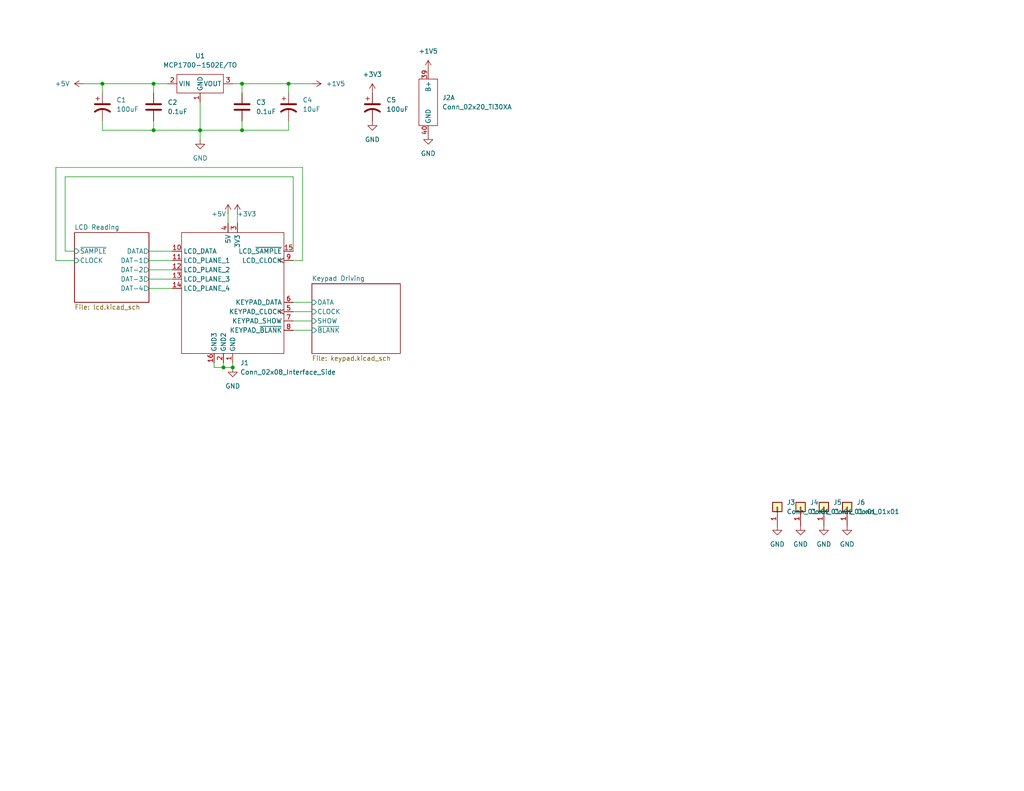
<source format=kicad_sch>
(kicad_sch (version 20211123) (generator eeschema)
  (paper "USLetter")
  (lib_symbols
    (symbol "Connector_Generic:Conn_01x01" (pin_names (offset 1.016) hide)
      (property "Reference" "J" (at 0 2.54 0))
      (property "Value" "Conn_01x01" (at 0 -2.54 0))
      (symbol "Conn_01x01_1_1"
        (rectangle (start -1.27 0.127) (end 0 -0.127) (stroke (width 0.1524)))
        (rectangle (start -1.27 1.27) (end 1.27 -1.27) (stroke (width 0.254)) (fill (type background)))
        (pin passive line (at -5.08 0 0) (length 3.81) (name "Pin_1") (number "1"))
      )
    )
    (symbol "Device:C" (pin_numbers hide) (pin_names (offset 0.254))
      (property "Reference" "C" (at 0.635 2.54 0))
      (property "Value" "C" (at 0.635 -2.54 0))
      (symbol "C_0_1"
        (polyline (pts (xy -2.032 -0.762) (xy 2.032 -0.762)) (stroke (width 0.508)))
        (polyline (pts (xy -2.032 0.762) (xy 2.032 0.762)) (stroke (width 0.508)))
      )
      (symbol "C_1_1"
        (pin passive line (at 0 3.81 270) (length 2.794) (name "~") (number "1"))
        (pin passive line (at 0 -3.81 90) (length 2.794) (name "~") (number "2"))
      )
    )
    (symbol "Device:C_Polarized_US" (pin_numbers hide) (pin_names (offset 0.254) hide)
      (property "Reference" "C" (at 0.635 2.54 0))
      (property "Value" "C_Polarized_US" (at 0.635 -2.54 0))
      (symbol "C_Polarized_US_0_1"
        (polyline (pts (xy -2.032 0.762) (xy 2.032 0.762)) (stroke (width 0.508)))
        (polyline (pts (xy -1.778 2.286) (xy -0.762 2.286)))
        (polyline (pts (xy -1.27 1.778) (xy -1.27 2.794)))
        (arc (start 2.032 -1.27) (mid 0 -0.5572) (end -2.032 -1.27) (stroke (width 0.508)))
      )
      (symbol "C_Polarized_US_1_1"
        (pin passive line (at 0 3.81 270) (length 2.794) (name "~") (number "1"))
        (pin passive line (at 0 -3.81 90) (length 3.302) (name "~") (number "2"))
      )
    )
    (symbol "custom_connetors:Conn_02x08_Interface_Side"
      (property "Reference" "J" (at 2.54 17.78 0))
      (property "Value" "Conn_02x08_Interface_Side" (at 15.24 20.32 0))
      (symbol "Conn_02x08_Interface_Side_0_1"
        (rectangle (start -13.97 16.51) (end 13.97 -16.51))
      )
      (symbol "Conn_02x08_Interface_Side_1_1"
        (pin power_out line (at 0 -19.05 90) (length 2.54) (name "GND") (number "1"))
        (pin input line (at -16.51 11.43 0) (length 2.54) (name "LCD_DATA") (number "10"))
        (pin input line (at -16.51 8.89 0) (length 2.54) (name "LCD_PLANE_1") (number "11"))
        (pin input line (at -16.51 6.35 0) (length 2.54) (name "LCD_PLANE_2") (number "12"))
        (pin input line (at -16.51 3.81 0) (length 2.54) (name "LCD_PLANE_3") (number "13"))
        (pin input line (at -16.51 1.27 0) (length 2.54) (name "LCD_PLANE_4") (number "14"))
        (pin output line (at 16.51 11.43 180) (length 2.54) (name "LCD_~{SAMPLE}") (number "15"))
        (pin power_in line (at -5.08 -19.05 90) (length 2.54) (name "GND3") (number "16"))
        (pin power_in line (at -2.54 -19.05 90) (length 2.54) (name "GND2") (number "2"))
        (pin power_out line (at 1.27 19.05 270) (length 2.54) (name "3V3") (number "3"))
        (pin power_out line (at -1.27 19.05 270) (length 2.54) (name "5V") (number "4"))
        (pin output clock (at 16.51 -5.08 180) (length 2.54) (name "KEYPAD_CLOCK") (number "5"))
        (pin output line (at 16.51 -2.54 180) (length 2.54) (name "KEYPAD_DATA") (number "6"))
        (pin output line (at 16.51 -7.62 180) (length 2.54) (name "KEYPAD_SHOW") (number "7"))
        (pin output line (at 16.51 -10.16 180) (length 2.54) (name "KEYPAD_~{BLANK}") (number "8"))
        (pin output clock (at 16.51 8.89 180) (length 2.54) (name "LCD_CLOCK") (number "9"))
      )
    )
    (symbol "custom_connetors:Conn_02x20_TI30XA"
      (property "Reference" "J" (at -24.13 5.08 0))
      (property "Value" "Conn_02x20_TI30XA" (at -15.24 7.62 0))
      (symbol "Conn_02x20_TI30XA_1_1"
        (rectangle (start -2.54 6.35) (end 2.54 -6.35))
        (pin power_in line (at 0 8.89 270) (length 2.54) (name "B+") (number "39"))
        (pin power_in line (at 0 -8.89 90) (length 2.54) (name "GND") (number "40"))
      )
      (symbol "Conn_02x20_TI30XA_2_1"
        (rectangle (start -2.54 5.08) (end 2.54 -5.08))
        (pin input line (at -5.08 2.54 0) (length 2.54) (name "A0") (number "34"))
        (pin input line (at -5.08 0 0) (length 2.54) (name "A1") (number "36"))
        (pin input line (at -5.08 -2.54 0) (length 2.54) (name "A2") (number "38"))
      )
      (symbol "Conn_02x20_TI30XA_3_1"
        (rectangle (start -2.54 5.08) (end 2.54 -5.08))
        (pin input line (at -5.08 2.54 0) (length 2.54) (name "B0") (number "33"))
        (pin input line (at -5.08 0 0) (length 2.54) (name "B1") (number "35"))
        (pin input line (at -5.08 -2.54 0) (length 2.54) (name "B2") (number "37"))
      )
      (symbol "Conn_02x20_TI30XA_4_1"
        (rectangle (start 5.08 43.18) (end -5.08 -43.18))
        (pin output line (at 7.62 -38.1 180) (length 2.54) (name "LCD_31") (number "1"))
        (pin output line (at 7.62 -20.32 180) (length 2.54) (name "LCD_24") (number "10"))
        (pin output line (at 7.62 -12.7 180) (length 2.54) (name "LCD_21") (number "11"))
        (pin output line (at 7.62 -15.24 180) (length 2.54) (name "LCD_22") (number "12"))
        (pin output line (at 7.62 -7.62 180) (length 2.54) (name "LCD_19") (number "13"))
        (pin output line (at 7.62 -10.16 180) (length 2.54) (name "LCD_20") (number "14"))
        (pin output line (at 7.62 -2.54 180) (length 2.54) (name "LCD_17") (number "15"))
        (pin output line (at 7.62 -5.08 180) (length 2.54) (name "LCD_18") (number "16"))
        (pin output line (at 7.62 2.54 180) (length 2.54) (name "LCD_15") (number "17"))
        (pin output line (at 7.62 0 180) (length 2.54) (name "LCD_16") (number "18"))
        (pin output line (at 7.62 7.62 180) (length 2.54) (name "LCD_13") (number "19"))
        (pin output line (at 7.62 -40.64 180) (length 2.54) (name "LCD_32") (number "2"))
        (pin output line (at 7.62 5.08 180) (length 2.54) (name "LCD_14") (number "20"))
        (pin output line (at 7.62 12.7 180) (length 2.54) (name "LCD_11") (number "21"))
        (pin output line (at 7.62 10.16 180) (length 2.54) (name "LCD_12") (number "22"))
        (pin output line (at 7.62 17.78 180) (length 2.54) (name "LCD_9") (number "23"))
        (pin output line (at 7.62 15.24 180) (length 2.54) (name "LCD_10") (number "24"))
        (pin output line (at 7.62 22.86 180) (length 2.54) (name "LCD_7") (number "25"))
        (pin output line (at 7.62 20.32 180) (length 2.54) (name "LCD_8") (number "26"))
        (pin output line (at 7.62 27.94 180) (length 2.54) (name "LCD_5") (number "27"))
        (pin output line (at 7.62 25.4 180) (length 2.54) (name "LCD_6") (number "28"))
        (pin output line (at 7.62 35.56 180) (length 2.54) (name "LCD_3(A)") (number "29"))
        (pin output line (at 7.62 -33.02 180) (length 2.54) (name "LCD_29") (number "3"))
        (pin output line (at 7.62 33.02 180) (length 2.54) (name "LCD_4(B)") (number "30"))
        (pin output line (at 7.62 40.64 180) (length 2.54) (name "LCD_1(D)") (number "31"))
        (pin output line (at 7.62 38.1 180) (length 2.54) (name "LCD_2(C)") (number "32"))
        (pin output line (at 7.62 -35.56 180) (length 2.54) (name "LCD_30") (number "4"))
        (pin output line (at 7.62 -27.94 180) (length 2.54) (name "LCD_27") (number "5"))
        (pin output line (at 7.62 -30.48 180) (length 2.54) (name "LCD_28") (number "6"))
        (pin output line (at 7.62 -22.86 180) (length 2.54) (name "LCD_25") (number "7"))
        (pin output line (at 7.62 -25.4 180) (length 2.54) (name "LCD_26") (number "8"))
        (pin output line (at 7.62 -17.78 180) (length 2.54) (name "LCD_23") (number "9"))
      )
    )
    (symbol "power:+1V5" (power) (pin_names (offset 0))
      (property "Value" "+1V5" (at 0 3.556 0))
      (symbol "+1V5_0_1"
        (polyline (pts (xy -0.762 1.27) (xy 0 2.54)))
        (polyline (pts (xy 0 0) (xy 0 2.54)))
        (polyline (pts (xy 0 2.54) (xy 0.762 1.27)))
      )
      (symbol "+1V5_1_1"
        (pin power_in line (at 0 0 90) (length 0) hide (name "+1V5") (number "1"))
      )
    )
    (symbol "power:+3V3" (power) (pin_names (offset 0))
      (property "Value" "+3V3" (at 0 3.556 0))
      (symbol "+3V3_0_1"
        (polyline (pts (xy -0.762 1.27) (xy 0 2.54)))
        (polyline (pts (xy 0 0) (xy 0 2.54)))
        (polyline (pts (xy 0 2.54) (xy 0.762 1.27)))
      )
      (symbol "+3V3_1_1"
        (pin power_in line (at 0 0 90) (length 0) hide (name "+3V3") (number "1"))
      )
    )
    (symbol "power:+5V" (power) (pin_names (offset 0))
      (property "Value" "+5V" (at 0 3.556 0))
      (symbol "+5V_0_1"
        (polyline (pts (xy -0.762 1.27) (xy 0 2.54)))
        (polyline (pts (xy 0 0) (xy 0 2.54)))
        (polyline (pts (xy 0 2.54) (xy 0.762 1.27)))
      )
      (symbol "+5V_1_1"
        (pin power_in line (at 0 0 90) (length 0) hide (name "+5V") (number "1"))
      )
    )
    (symbol "power:GND" (power) (pin_names (offset 0))
      (property "Value" "GND" (at 0 -3.81 0))
      (symbol "GND_0_1"
        (polyline (pts (xy 0 0) (xy 0 -1.27) (xy 1.27 -1.27) (xy 0 -2.54) (xy -1.27 -1.27) (xy 0 -1.27)))
      )
      (symbol "GND_1_1"
        (pin power_in line (at 0 0 270) (length 0) hide (name "GND") (number "1"))
      )
    )
    (symbol "regulator:MCP1700-1502E{slash}TO"
      (property "Reference" "U" (at -8.89 3.81 0))
      (property "Value" "MCP1700-1502E{slash}TO" (at 0 6.35 0))
      (symbol "MCP1700-1502E{slash}TO_0_1"
        (rectangle (start -6.35 2.54) (end 6.35 -2.54))
      )
      (symbol "MCP1700-1502E{slash}TO_1_1"
        (pin power_in line (at 0 -5.08 90) (length 2.54) (name "GND") (number "1"))
        (pin power_in line (at -8.89 0 0) (length 2.54) (name "VIN") (number "2"))
        (pin power_out line (at 8.89 0 180) (length 2.54) (name "VOUT") (number "3"))
      )
    )
  )
  (junction (at 60.96 100.33))
  (junction (at 41.91 22.86))
  (junction (at 66.04 35.56))
  (junction (at 54.61 35.56))
  (junction (at 78.74 22.86))
  (junction (at 63.5 100.33))
  (junction (at 41.91 35.56))
  (junction (at 27.94 22.86))
  (junction (at 66.04 22.86))
  (wire (pts (xy 40.64 68.58) (xy 46.99 68.58)))
  (wire (pts (xy 78.74 22.86) (xy 85.09 22.86)))
  (wire (pts (xy 80.01 87.63) (xy 85.09 87.63)))
  (wire (pts (xy 40.64 78.74) (xy 46.99 78.74)))
  (wire (pts (xy 66.04 22.86) (xy 78.74 22.86)))
  (wire (pts (xy 80.01 71.12) (xy 82.55 71.12)))
  (wire (pts (xy 62.23 58.42) (xy 62.23 60.96)))
  (wire (pts (xy 41.91 33.02) (xy 41.91 35.56)))
  (wire (pts (xy 15.24 71.12) (xy 20.32 71.12)))
  (wire (pts (xy 63.5 100.33) (xy 60.96 100.33)))
  (wire (pts (xy 80.01 48.26) (xy 17.78 48.26)))
  (wire (pts (xy 41.91 25.4) (xy 41.91 22.86)))
  (wire (pts (xy 60.96 100.33) (xy 58.42 100.33)))
  (wire (pts (xy 17.78 48.26) (xy 17.78 68.58)))
  (wire (pts (xy 82.55 45.72) (xy 15.24 45.72)))
  (wire (pts (xy 63.5 22.86) (xy 66.04 22.86)))
  (wire (pts (xy 66.04 35.56) (xy 66.04 33.02)))
  (wire (pts (xy 15.24 45.72) (xy 15.24 71.12)))
  (wire (pts (xy 54.61 27.94) (xy 54.61 35.56)))
  (wire (pts (xy 27.94 33.02) (xy 27.94 35.56)))
  (wire (pts (xy 80.01 82.55) (xy 85.09 82.55)))
  (wire (pts (xy 80.01 68.58) (xy 80.01 48.26)))
  (wire (pts (xy 80.01 90.17) (xy 85.09 90.17)))
  (wire (pts (xy 58.42 100.33) (xy 58.42 99.06)))
  (wire (pts (xy 27.94 22.86) (xy 41.91 22.86)))
  (wire (pts (xy 78.74 33.02) (xy 78.74 35.56)))
  (wire (pts (xy 64.77 58.42) (xy 64.77 60.96)))
  (wire (pts (xy 82.55 71.12) (xy 82.55 45.72)))
  (wire (pts (xy 78.74 22.86) (xy 78.74 25.4)))
  (wire (pts (xy 40.64 71.12) (xy 46.99 71.12)))
  (wire (pts (xy 54.61 35.56) (xy 66.04 35.56)))
  (wire (pts (xy 60.96 100.33) (xy 60.96 99.06)))
  (wire (pts (xy 80.01 85.09) (xy 85.09 85.09)))
  (wire (pts (xy 41.91 22.86) (xy 45.72 22.86)))
  (wire (pts (xy 54.61 35.56) (xy 54.61 38.1)))
  (wire (pts (xy 27.94 22.86) (xy 27.94 25.4)))
  (wire (pts (xy 66.04 35.56) (xy 78.74 35.56)))
  (wire (pts (xy 66.04 25.4) (xy 66.04 22.86)))
  (wire (pts (xy 17.78 68.58) (xy 20.32 68.58)))
  (wire (pts (xy 40.64 76.2) (xy 46.99 76.2)))
  (wire (pts (xy 63.5 99.06) (xy 63.5 100.33)))
  (wire (pts (xy 40.64 73.66) (xy 46.99 73.66)))
  (wire (pts (xy 27.94 35.56) (xy 41.91 35.56)))
  (wire (pts (xy 41.91 35.56) (xy 54.61 35.56)))
  (wire (pts (xy 22.86 22.86) (xy 27.94 22.86)))
  (symbol (lib_id "custom_connetors:Conn_02x08_Interface_Side") (at 63.5 80.01 0) (unit 1)
    (property "Reference" "J1" (at 65.5194 99.06 0) (effects (justify left)))
    (property "Value" "Conn_02x08_Interface_Side" (at 65.5194 101.6 0) (effects (justify left)))
    (property "Footprint" "Connector_IDC:IDC-Header_2x08_P2.54mm_Vertical" (effects hide))
  )
  (symbol (lib_id "power:GND") (at 101.6 33.02 0) (unit 1)
    (property "Reference" "#PWR08" (effects hide))
    (property "Value" "GND" (at 101.6 38.1 0))
  )
  (symbol (lib_id "power:GND") (at 218.44 143.51 0) (unit 1)
    (property "Reference" "#PWR012" (effects hide))
    (property "Value" "GND" (at 218.44 148.59 0))
  )
  (symbol (lib_id "Connector_Generic:Conn_01x01") (at 224.79 138.43 90) (unit 1)
    (property "Reference" "J5" (at 227.33 137.1599 90) (effects (justify right)))
    (property "Value" "Conn_01x01" (at 227.33 139.6999 90) (effects (justify right)))
    (property "Footprint" "MountingHole:MountingHole_5mm_Pad_Via" (effects hide))
  )
  (symbol (lib_id "Connector_Generic:Conn_01x01") (at 231.14 138.43 90) (unit 1)
    (property "Reference" "J6" (at 233.68 137.1599 90) (effects (justify right)))
    (property "Value" "Conn_01x01" (at 233.68 139.6999 90) (effects (justify right)))
    (property "Footprint" "MountingHole:MountingHole_5mm_Pad_Via" (effects hide))
  )
  (symbol (lib_id "Device:C") (at 41.91 29.21 0) (unit 1)
    (property "Reference" "C2" (at 45.72 27.9399 0) (effects (justify left)))
    (property "Value" "0.1uF" (at 45.72 30.4799 0) (effects (justify left)))
    (property "Footprint" "Capacitor_THT:C_Disc_D3.8mm_W2.6mm_P2.50mm" (effects hide))
  )
  (symbol (lib_id "power:+1V5") (at 85.09 22.86 270) (unit 1)
    (property "Reference" "#PWR06" (effects hide))
    (property "Value" "+1V5" (at 88.9 22.8599 90) (effects (justify left)))
  )
  (symbol (lib_id "power:GND") (at 54.61 38.1 0) (unit 1)
    (property "Reference" "#PWR02" (effects hide))
    (property "Value" "GND" (at 54.61 43.18 0))
  )
  (symbol (lib_id "regulator:MCP1700-1502E{slash}TO") (at 54.61 22.86 0) (unit 1)
    (property "Reference" "U1" (at 54.61 15.24 0))
    (property "Value" "MCP1700-1502E/TO" (at 54.61 17.78 0))
    (property "Footprint" "Package_TO_SOT_THT:TO-92_Inline" (effects hide))
    (property "Datasheet" "https://ww1.microchip.com/downloads/en/DeviceDoc/MCP1700-Data-Sheet-20001826F.pdf" (effects hide))
  )
  (symbol (lib_id "power:GND") (at 116.84 36.83 0) (unit 1)
    (property "Reference" "#PWR010" (effects hide))
    (property "Value" "GND" (at 116.84 41.91 0))
  )
  (symbol (lib_id "Device:C_Polarized_US") (at 101.6 29.21 0) (unit 1)
    (property "Reference" "C5" (at 105.41 27.3049 0) (effects (justify left)))
    (property "Value" "100uF" (at 105.41 29.8449 0) (effects (justify left)))
    (property "Footprint" "Capacitor_THT:CP_Radial_D5.0mm_P2.50mm" (effects hide))
  )
  (symbol (lib_id "custom_connetors:Conn_02x20_TI30XA") (at 116.84 27.94 0) (unit 1)
    (property "Reference" "J2" (at 120.65 26.6699 0) (effects (justify left)))
    (property "Value" "Conn_02x20_TI30XA" (at 120.65 29.2099 0) (effects (justify left)))
    (property "Footprint" "Connector_IDC:IDC-Header_2x20_P2.54mm_Vertical" (effects hide))
  )
  (symbol (lib_id "power:+5V") (at 62.23 58.42 0) (unit 1)
    (property "Reference" "#PWR03" (effects hide))
    (property "Value" "+5V" (at 59.69 58.42 0))
  )
  (symbol (lib_id "Connector_Generic:Conn_01x01") (at 212.09 138.43 90) (unit 1)
    (property "Reference" "J3" (at 214.63 137.1599 90) (effects (justify right)))
    (property "Value" "Conn_01x01" (at 214.63 139.6999 90) (effects (justify right)))
    (property "Footprint" "MountingHole:MountingHole_5mm_Pad_Via" (effects hide))
  )
  (symbol (lib_id "power:+3V3") (at 101.6 25.4 0) (unit 1)
    (property "Reference" "#PWR07" (effects hide))
    (property "Value" "+3V3" (at 101.6 20.32 0))
  )
  (symbol (lib_id "power:+5V") (at 22.86 22.86 90) (unit 1)
    (property "Reference" "#PWR01" (effects hide))
    (property "Value" "+5V" (at 19.05 22.8599 90) (effects (justify left)))
  )
  (symbol (lib_id "Device:C") (at 66.04 29.21 0) (unit 1)
    (property "Reference" "C3" (at 69.85 27.9399 0) (effects (justify left)))
    (property "Value" "0.1uF" (at 69.85 30.4799 0) (effects (justify left)))
    (property "Footprint" "Capacitor_THT:C_Disc_D3.8mm_W2.6mm_P2.50mm" (effects hide))
  )
  (symbol (lib_id "Device:C_Polarized_US") (at 27.94 29.21 0) (unit 1)
    (property "Reference" "C1" (at 31.75 27.3049 0) (effects (justify left)))
    (property "Value" "100uF" (at 31.75 29.8449 0) (effects (justify left)))
    (property "Footprint" "Capacitor_THT:CP_Radial_D5.0mm_P2.50mm" (effects hide))
  )
  (symbol (lib_id "power:GND") (at 231.14 143.51 0) (unit 1)
    (property "Reference" "#PWR014" (effects hide))
    (property "Value" "GND" (at 231.14 148.59 0))
  )
  (symbol (lib_id "power:GND") (at 63.5 100.33 0) (unit 1)
    (property "Reference" "#PWR04" (effects hide))
    (property "Value" "GND" (at 63.5 105.41 0))
  )
  (symbol (lib_id "Device:C_Polarized_US") (at 78.74 29.21 0) (unit 1)
    (property "Reference" "C4" (at 82.55 27.3049 0) (effects (justify left)))
    (property "Value" "10uF" (at 82.55 29.8449 0) (effects (justify left)))
    (property "Footprint" "Capacitor_THT:CP_Radial_D4.0mm_P2.00mm" (effects hide))
  )
  (symbol (lib_id "Connector_Generic:Conn_01x01") (at 218.44 138.43 90) (unit 1)
    (property "Reference" "J4" (at 220.98 137.1599 90) (effects (justify right)))
    (property "Value" "Conn_01x01" (at 220.98 139.6999 90) (effects (justify right)))
    (property "Footprint" "MountingHole:MountingHole_5mm_Pad_Via" (effects hide))
  )
  (symbol (lib_id "power:+3V3") (at 64.77 58.42 0) (unit 1)
    (property "Reference" "#PWR05" (effects hide))
    (property "Value" "+3V3" (at 67.31 58.42 0))
  )
  (symbol (lib_id "power:+1V5") (at 116.84 19.05 0) (unit 1)
    (property "Reference" "#PWR09" (effects hide))
    (property "Value" "+1V5" (at 116.84 13.97 0))
  )
  (symbol (lib_id "power:GND") (at 212.09 143.51 0) (unit 1)
    (property "Reference" "#PWR011" (effects hide))
    (property "Value" "GND" (at 212.09 148.59 0))
  )
  (symbol (lib_id "power:GND") (at 224.79 143.51 0) (unit 1)
    (property "Reference" "#PWR013" (effects hide))
    (property "Value" "GND" (at 224.79 148.59 0))
  )
  (sheet (at 20.32 63.5) (size 20.32 19.05) (stroke (width 0.1524))
    (property "Sheet name" "LCD Reading" (at 20.32 62.7884 0) (effects (justify left bottom)))
    (property "Sheet file" "lcd.kicad_sch" (at 20.32 83.1346 0) (effects (justify left top)))
    (pin "~{SAMPLE}" input (at 20.32 68.58 180))
    (pin "CLOCK" input (at 20.32 71.12 180))
    (pin "DATA" output (at 40.64 68.58 0))
    (pin "DAT-2" output (at 40.64 73.66 0))
    (pin "DAT-3" output (at 40.64 76.2 0))
    (pin "DAT-1" output (at 40.64 71.12 0))
    (pin "DAT-4" output (at 40.64 78.74 0))
  )
  (sheet (at 85.09 77.47) (size 24.13 19.05) (stroke (width 0.1524))
    (property "Sheet name" "Keypad Driving" (at 85.09 76.7584 0) (effects (justify left bottom)))
    (property "Sheet file" "keypad.kicad_sch" (at 85.09 97.1046 0) (effects (justify left top)))
    (pin "DATA" input (at 85.09 82.55 180))
    (pin "SHOW" input (at 85.09 87.63 180))
    (pin "~{BLANK}" input (at 85.09 90.17 180))
    (pin "CLOCK" input (at 85.09 85.09 180))
  )
)
</source>
